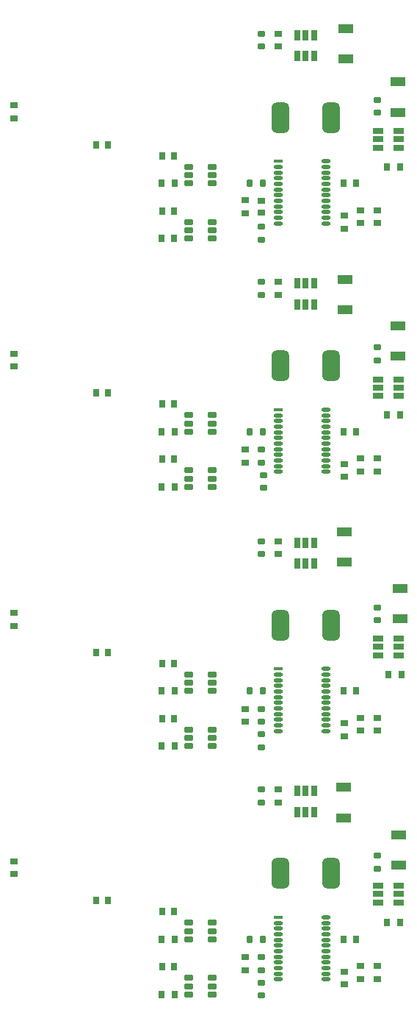
<source format=gtp>
%FSAX25Y25*%
%MOIN*%
G70*
G01*
G75*
G04 Layer_Color=8421504*
%ADD10R,0.06693X0.03937*%
%ADD11R,0.03543X0.02756*%
G04:AMPARAMS|DCode=12|XSize=23.62mil|YSize=35.43mil|CornerRadius=5.91mil|HoleSize=0mil|Usage=FLASHONLY|Rotation=270.000|XOffset=0mil|YOffset=0mil|HoleType=Round|Shape=RoundedRectangle|*
%AMROUNDEDRECTD12*
21,1,0.02362,0.02362,0,0,270.0*
21,1,0.01181,0.03543,0,0,270.0*
1,1,0.01181,-0.01181,-0.00591*
1,1,0.01181,-0.01181,0.00591*
1,1,0.01181,0.01181,0.00591*
1,1,0.01181,0.01181,-0.00591*
%
%ADD12ROUNDEDRECTD12*%
%ADD13R,0.02756X0.05118*%
%ADD14R,0.02756X0.03543*%
G04:AMPARAMS|DCode=15|XSize=23.62mil|YSize=43.31mil|CornerRadius=5.91mil|HoleSize=0mil|Usage=FLASHONLY|Rotation=90.000|XOffset=0mil|YOffset=0mil|HoleType=Round|Shape=RoundedRectangle|*
%AMROUNDEDRECTD15*
21,1,0.02362,0.03150,0,0,90.0*
21,1,0.01181,0.04331,0,0,90.0*
1,1,0.01181,0.01575,0.00591*
1,1,0.01181,0.01575,-0.00591*
1,1,0.01181,-0.01575,-0.00591*
1,1,0.01181,-0.01575,0.00591*
%
%ADD15ROUNDEDRECTD15*%
%ADD16R,0.03150X0.03543*%
%ADD17R,0.04134X0.01772*%
%ADD18O,0.04134X0.01772*%
%ADD19R,0.05118X0.02756*%
G04:AMPARAMS|DCode=20|XSize=23.62mil|YSize=35.43mil|CornerRadius=5.91mil|HoleSize=0mil|Usage=FLASHONLY|Rotation=180.000|XOffset=0mil|YOffset=0mil|HoleType=Round|Shape=RoundedRectangle|*
%AMROUNDEDRECTD20*
21,1,0.02362,0.02362,0,0,180.0*
21,1,0.01181,0.03543,0,0,180.0*
1,1,0.01181,-0.00591,0.01181*
1,1,0.01181,0.00591,0.01181*
1,1,0.01181,0.00591,-0.01181*
1,1,0.01181,-0.00591,-0.01181*
%
%ADD20ROUNDEDRECTD20*%
G04:AMPARAMS|DCode=21|XSize=78.74mil|YSize=137.8mil|CornerRadius=19.69mil|HoleSize=0mil|Usage=FLASHONLY|Rotation=0.000|XOffset=0mil|YOffset=0mil|HoleType=Round|Shape=RoundedRectangle|*
%AMROUNDEDRECTD21*
21,1,0.07874,0.09843,0,0,0.0*
21,1,0.03937,0.13780,0,0,0.0*
1,1,0.03937,0.01969,-0.04921*
1,1,0.03937,-0.01969,-0.04921*
1,1,0.03937,-0.01969,0.04921*
1,1,0.03937,0.01969,0.04921*
%
%ADD21ROUNDEDRECTD21*%
%ADD22R,0.03543X0.03150*%
%ADD23C,0.01969*%
%ADD24C,0.01000*%
%ADD25C,0.05906*%
%ADD26C,0.01181*%
%ADD27C,0.01575*%
%ADD28C,0.02953*%
%ADD29C,0.19685*%
%ADD30C,0.39370*%
G04:AMPARAMS|DCode=31|XSize=59.06mil|YSize=59.06mil|CornerRadius=14.76mil|HoleSize=0mil|Usage=FLASHONLY|Rotation=270.000|XOffset=0mil|YOffset=0mil|HoleType=Round|Shape=RoundedRectangle|*
%AMROUNDEDRECTD31*
21,1,0.05906,0.02953,0,0,270.0*
21,1,0.02953,0.05906,0,0,270.0*
1,1,0.02953,-0.01476,-0.01476*
1,1,0.02953,-0.01476,0.01476*
1,1,0.02953,0.01476,0.01476*
1,1,0.02953,0.01476,-0.01476*
%
%ADD31ROUNDEDRECTD31*%
G04:AMPARAMS|DCode=32|XSize=59.06mil|YSize=59.06mil|CornerRadius=0mil|HoleSize=0mil|Usage=FLASHONLY|Rotation=270.000|XOffset=0mil|YOffset=0mil|HoleType=Round|Shape=Octagon|*
%AMOCTAGOND32*
4,1,8,-0.01476,-0.02953,0.01476,-0.02953,0.02953,-0.01476,0.02953,0.01476,0.01476,0.02953,-0.01476,0.02953,-0.02953,0.01476,-0.02953,-0.01476,-0.01476,-0.02953,0.0*
%
%ADD32OCTAGOND32*%

%ADD33C,0.05906*%
%ADD34C,0.03583*%
D10*
X0510669Y0546339D02*
D03*
Y0560118D02*
D03*
X0534488Y0522284D02*
D03*
Y0536063D02*
D03*
X0510512Y0432677D02*
D03*
Y0446457D02*
D03*
X0534449Y0411811D02*
D03*
Y0425591D02*
D03*
X0509685Y0202520D02*
D03*
Y0216299D02*
D03*
X0534803Y0181102D02*
D03*
Y0194882D02*
D03*
X0510079Y0318347D02*
D03*
Y0332126D02*
D03*
X0535236Y0292638D02*
D03*
Y0306417D02*
D03*
D11*
X0480000Y0209547D02*
D03*
Y0215453D02*
D03*
X0525000Y0359547D02*
D03*
Y0365453D02*
D03*
X0480000Y0439547D02*
D03*
Y0445453D02*
D03*
X0465000Y0246047D02*
D03*
Y0251953D02*
D03*
X0517500Y0247953D02*
D03*
Y0242047D02*
D03*
X0510000Y0239547D02*
D03*
Y0245453D02*
D03*
X0525000Y0242047D02*
D03*
Y0247953D02*
D03*
X0480000Y0322047D02*
D03*
Y0327953D02*
D03*
X0510000Y0469547D02*
D03*
Y0475453D02*
D03*
X0517500Y0472047D02*
D03*
Y0477953D02*
D03*
X0525000Y0472047D02*
D03*
Y0477953D02*
D03*
X0465000Y0476547D02*
D03*
Y0482453D02*
D03*
X0480000Y0552047D02*
D03*
Y0557953D02*
D03*
X0465000Y0363547D02*
D03*
Y0369453D02*
D03*
X0517500Y0359547D02*
D03*
Y0365453D02*
D03*
X0510000Y0357047D02*
D03*
Y0362953D02*
D03*
X0525000Y0129547D02*
D03*
Y0135453D02*
D03*
X0510000Y0127047D02*
D03*
Y0132953D02*
D03*
X0517500Y0129547D02*
D03*
Y0135453D02*
D03*
X0465000Y0133547D02*
D03*
Y0139453D02*
D03*
X0360000Y0519547D02*
D03*
Y0525453D02*
D03*
Y0407047D02*
D03*
Y0412953D02*
D03*
Y0289547D02*
D03*
Y0295453D02*
D03*
Y0177047D02*
D03*
Y0182953D02*
D03*
D12*
X0472500Y0209547D02*
D03*
Y0215453D02*
D03*
Y0439547D02*
D03*
Y0445453D02*
D03*
Y0246047D02*
D03*
Y0251953D02*
D03*
Y0234547D02*
D03*
Y0240453D02*
D03*
X0525000Y0297953D02*
D03*
Y0292047D02*
D03*
X0472500Y0322047D02*
D03*
Y0327953D02*
D03*
X0525000Y0527953D02*
D03*
Y0522047D02*
D03*
X0472500Y0464547D02*
D03*
Y0470453D02*
D03*
Y0552047D02*
D03*
Y0557953D02*
D03*
Y0363547D02*
D03*
Y0369453D02*
D03*
X0473500Y0352047D02*
D03*
Y0357953D02*
D03*
X0525149Y0415650D02*
D03*
Y0409744D02*
D03*
X0525000Y0185453D02*
D03*
Y0179547D02*
D03*
X0472500Y0133547D02*
D03*
Y0139453D02*
D03*
Y0122047D02*
D03*
Y0127953D02*
D03*
D13*
X0496240Y0214724D02*
D03*
X0492500D02*
D03*
X0488760D02*
D03*
Y0205276D02*
D03*
X0492500D02*
D03*
X0496240D02*
D03*
Y0435276D02*
D03*
X0492500D02*
D03*
X0488760D02*
D03*
Y0444724D02*
D03*
X0492500D02*
D03*
X0496240D02*
D03*
Y0327224D02*
D03*
X0492500D02*
D03*
X0488760D02*
D03*
Y0317776D02*
D03*
X0492500D02*
D03*
X0496240D02*
D03*
Y0557224D02*
D03*
X0492500D02*
D03*
X0488760D02*
D03*
Y0547776D02*
D03*
X0492500D02*
D03*
X0496240D02*
D03*
D14*
X0427047Y0377500D02*
D03*
X0432953D02*
D03*
X0432953Y0352500D02*
D03*
X0427047D02*
D03*
X0427047Y0260000D02*
D03*
X0432953D02*
D03*
X0432953Y0235000D02*
D03*
X0427047D02*
D03*
X0535453Y0497500D02*
D03*
X0529547D02*
D03*
X0432835Y0465071D02*
D03*
X0426929D02*
D03*
X0427047Y0490000D02*
D03*
X0432953D02*
D03*
X0535453Y0155000D02*
D03*
X0529547D02*
D03*
X0432953Y0122500D02*
D03*
X0427047D02*
D03*
X0427047Y0147500D02*
D03*
X0432953D02*
D03*
X0529547Y0385000D02*
D03*
X0535453D02*
D03*
X0535906Y0267500D02*
D03*
X0530000D02*
D03*
D15*
X0450000Y0352500D02*
D03*
Y0356240D02*
D03*
Y0359980D02*
D03*
X0439370D02*
D03*
Y0356240D02*
D03*
Y0352500D02*
D03*
X0450000Y0260000D02*
D03*
Y0263740D02*
D03*
Y0267480D02*
D03*
X0439370D02*
D03*
Y0263740D02*
D03*
Y0260000D02*
D03*
X0450000Y0235000D02*
D03*
Y0238740D02*
D03*
Y0242480D02*
D03*
X0439370D02*
D03*
Y0238740D02*
D03*
Y0235000D02*
D03*
X0450000Y0377500D02*
D03*
Y0381240D02*
D03*
Y0384980D02*
D03*
X0439370D02*
D03*
Y0381240D02*
D03*
Y0377500D02*
D03*
X0450000Y0465000D02*
D03*
Y0468740D02*
D03*
Y0472480D02*
D03*
X0439370D02*
D03*
Y0468740D02*
D03*
Y0465000D02*
D03*
X0450000Y0490000D02*
D03*
Y0493740D02*
D03*
Y0497480D02*
D03*
X0439370D02*
D03*
Y0493740D02*
D03*
Y0490000D02*
D03*
X0450000Y0147500D02*
D03*
Y0151240D02*
D03*
Y0154980D02*
D03*
X0439370D02*
D03*
Y0151240D02*
D03*
Y0147500D02*
D03*
X0450000Y0122500D02*
D03*
Y0126240D02*
D03*
Y0129980D02*
D03*
X0439370D02*
D03*
Y0126240D02*
D03*
Y0122500D02*
D03*
D16*
X0432756Y0160000D02*
D03*
X0427244D02*
D03*
X0509744Y0377500D02*
D03*
X0515256D02*
D03*
X0432756Y0502500D02*
D03*
X0427244D02*
D03*
X0432756Y0477500D02*
D03*
X0427244D02*
D03*
X0509744Y0260000D02*
D03*
X0515256D02*
D03*
X0509744Y0490000D02*
D03*
X0515256D02*
D03*
X0432756Y0390000D02*
D03*
X0427244D02*
D03*
X0432756Y0365000D02*
D03*
X0427244D02*
D03*
X0432756Y0135000D02*
D03*
X0427244D02*
D03*
X0509744Y0147500D02*
D03*
X0515256D02*
D03*
X0427244Y0247500D02*
D03*
X0432756D02*
D03*
X0427244Y0272500D02*
D03*
X0432756D02*
D03*
X0402756Y0507500D02*
D03*
X0397244D02*
D03*
X0402756Y0395000D02*
D03*
X0397244D02*
D03*
X0402756Y0277500D02*
D03*
X0397244D02*
D03*
X0402756Y0165000D02*
D03*
X0397244D02*
D03*
D17*
X0480000Y0387500D02*
D03*
Y0270000D02*
D03*
Y0500000D02*
D03*
Y0157500D02*
D03*
D18*
Y0384941D02*
D03*
Y0382382D02*
D03*
Y0379823D02*
D03*
Y0377264D02*
D03*
Y0374705D02*
D03*
Y0372146D02*
D03*
Y0369587D02*
D03*
Y0367027D02*
D03*
Y0364469D02*
D03*
Y0361909D02*
D03*
Y0359350D02*
D03*
X0501850Y0387500D02*
D03*
Y0384941D02*
D03*
Y0382382D02*
D03*
Y0379823D02*
D03*
Y0377264D02*
D03*
Y0374705D02*
D03*
Y0372146D02*
D03*
Y0369587D02*
D03*
Y0367027D02*
D03*
Y0364469D02*
D03*
Y0361909D02*
D03*
Y0359350D02*
D03*
X0480000Y0267441D02*
D03*
Y0264882D02*
D03*
Y0262323D02*
D03*
Y0259764D02*
D03*
Y0257205D02*
D03*
Y0254646D02*
D03*
Y0252087D02*
D03*
Y0249528D02*
D03*
Y0246969D02*
D03*
Y0244409D02*
D03*
Y0241850D02*
D03*
X0501850Y0270000D02*
D03*
Y0267441D02*
D03*
Y0264882D02*
D03*
Y0262323D02*
D03*
Y0259764D02*
D03*
Y0257205D02*
D03*
Y0254646D02*
D03*
Y0252087D02*
D03*
Y0249528D02*
D03*
Y0246969D02*
D03*
Y0244409D02*
D03*
Y0241850D02*
D03*
X0480000Y0497441D02*
D03*
Y0494882D02*
D03*
Y0492323D02*
D03*
Y0489764D02*
D03*
Y0487205D02*
D03*
Y0484646D02*
D03*
Y0482087D02*
D03*
Y0479528D02*
D03*
Y0476968D02*
D03*
Y0474409D02*
D03*
Y0471850D02*
D03*
X0501850Y0500000D02*
D03*
Y0497441D02*
D03*
Y0494882D02*
D03*
Y0492323D02*
D03*
Y0489764D02*
D03*
Y0487205D02*
D03*
Y0484646D02*
D03*
Y0482087D02*
D03*
Y0479528D02*
D03*
Y0476968D02*
D03*
Y0474409D02*
D03*
Y0471850D02*
D03*
X0480000Y0154941D02*
D03*
Y0152382D02*
D03*
Y0149823D02*
D03*
Y0147264D02*
D03*
Y0144705D02*
D03*
Y0142146D02*
D03*
Y0139587D02*
D03*
Y0137028D02*
D03*
Y0134468D02*
D03*
Y0131909D02*
D03*
Y0129350D02*
D03*
X0501850Y0157500D02*
D03*
Y0154941D02*
D03*
Y0152382D02*
D03*
Y0149823D02*
D03*
Y0147264D02*
D03*
Y0144705D02*
D03*
Y0142146D02*
D03*
Y0139587D02*
D03*
Y0137028D02*
D03*
Y0134468D02*
D03*
Y0131909D02*
D03*
Y0129350D02*
D03*
D19*
X0534724Y0401240D02*
D03*
Y0397500D02*
D03*
Y0393760D02*
D03*
X0525276D02*
D03*
Y0397500D02*
D03*
Y0401240D02*
D03*
Y0283740D02*
D03*
Y0280000D02*
D03*
Y0276260D02*
D03*
X0534724D02*
D03*
Y0280000D02*
D03*
Y0283740D02*
D03*
X0525276Y0513740D02*
D03*
Y0510000D02*
D03*
Y0506260D02*
D03*
X0534724D02*
D03*
Y0510000D02*
D03*
Y0513740D02*
D03*
X0525276Y0171740D02*
D03*
Y0168000D02*
D03*
Y0164260D02*
D03*
X0534724D02*
D03*
Y0168000D02*
D03*
Y0171740D02*
D03*
D20*
X0467047Y0260000D02*
D03*
X0472953D02*
D03*
X0467047Y0490000D02*
D03*
X0472953D02*
D03*
X0467047Y0377500D02*
D03*
X0472953D02*
D03*
X0467047Y0147500D02*
D03*
X0472953D02*
D03*
D21*
X0480937Y0289913D02*
D03*
X0504165D02*
D03*
X0480937Y0519913D02*
D03*
X0504165D02*
D03*
X0480937Y0177413D02*
D03*
X0504165D02*
D03*
X0480937Y0407413D02*
D03*
X0504165D02*
D03*
D22*
X0472500Y0482256D02*
D03*
Y0476744D02*
D03*
M02*

</source>
